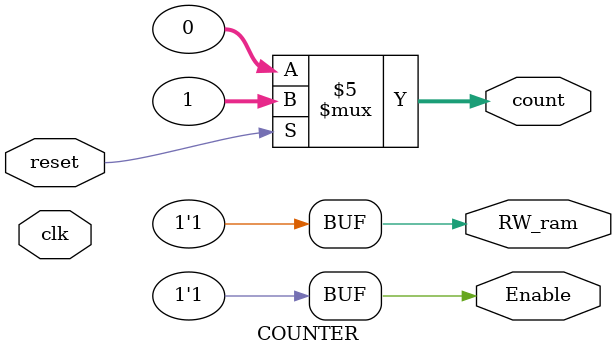
<source format=v>
module COUNTER(clk, reset, count,RW_ram,Enable);

input clk,reset;
output reg [31:0] count;
output reg RW_ram,Enable;



always @ (*)
begin
count = 32'b00000000000000000000000000000000;
if(!reset)
	count = 32'b00000000000000000000000000000000;
else
	count = count + 1;
	RW_ram=1'b1;
	Enable=1'b1;
end
endmodule
</source>
